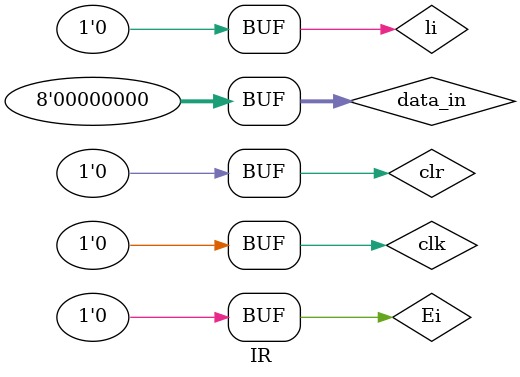
<source format=v>
`timescale 1ns / 1ps


module IR;

	// Inputs
	reg [7:0] data_in;
	reg li;
	reg clk;
	reg clr;
	reg Ei;

	// Outputs
	wire [3:0] data_out;
	wire [3:0] seq;

	// Instantiate the Unit Under Test (UUT)
	instructionregister uut (
		.data_out(data_out), 
		.seq(seq), 
		.data_in(data_in), 
		.li(li), 
		.clk(clk), 
		.clr(clr), 
		.Ei(Ei)
	);

	initial begin
		// Initialize Inputs
		data_in = 0;
		li = 0;
		clk = 0;
		clr = 0;
		Ei = 0;

		// Wait 100 ns for global reset to finish
		#100;
        
		// Add stimulus here

	end
      
endmodule


</source>
